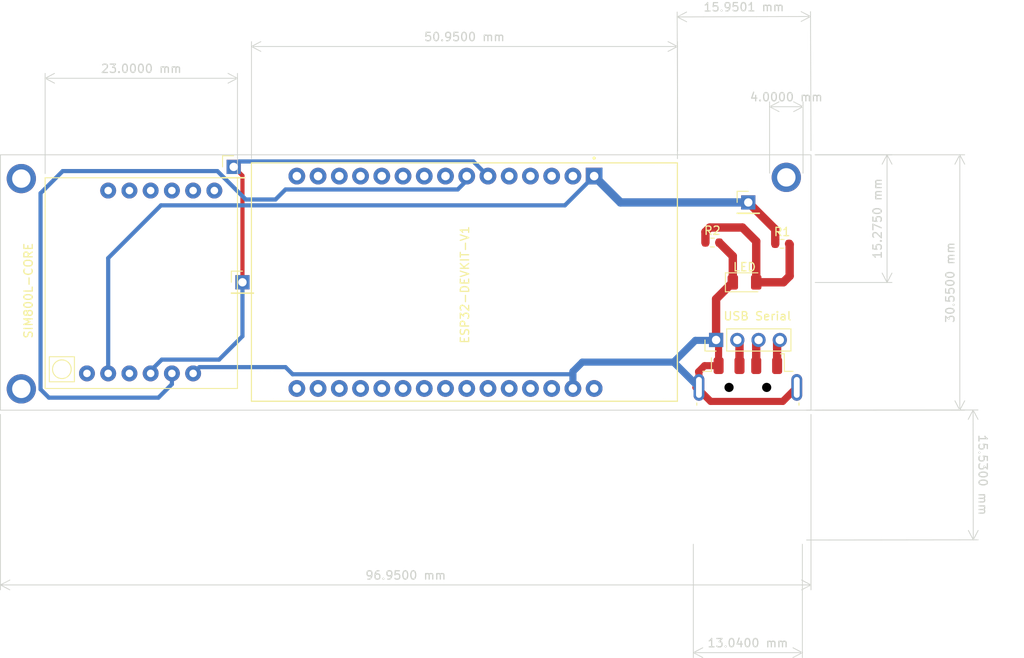
<source format=kicad_pcb>
(kicad_pcb (version 20221018) (generator pcbnew)
  (layers (0 "F.Cu" signal) (31 "B.Cu" signal) (34 "B.Paste" user) (35 "F.Paste" user) (36 "B.SilkS" user "B.Silkscreen") (37 "F.SilkS" user "F.Silkscreen") (38 "B.Mask" user) (39 "F.Mask" user) (44 "Edge.Cuts" user))
  (net 0 "")
  (net 1 "unconnected-(J1-D--Pad2)")
  (net 2 "unconnected-(J1-D+-Pad3)")
  (net 11 "unconnected-(J1-VBUS-Pad1)")
  (net 36 "Earth")
  (net 37 "Net-(U1-VCC)")
  (net 38 "Net-(U1-RXD)")
  (net 39 "Net-(U1-TXD)")
  (net 40 "Net-(D1-A)")
  (footprint "Connector_PinHeader_2.54mm:PinHeader_1x01_P2.54mm_Vertical" (layer "F.Cu") (at 167.1 73.1)
    (fp_text reference "REF**" hide)
    (fp_text value "PinHeader_1x01_P2.54mm_Vertical" hide)
    (fp_line (start -1.33 -1.33) (end 0 -1.33) (stroke (width 0.12)) (layer "F.SilkS"))
    (fp_line (start -1.33 0) (end -1.33 -1.33) (stroke (width 0.12)) (layer "F.SilkS"))
    (fp_line (start -1.33 1.27) (end -1.33 1.33) (stroke (width 0.12)) (layer "F.SilkS"))
    (fp_line (start -1.33 1.27) (end 1.33 1.27) (stroke (width 0.12)) (layer "F.SilkS"))
    (fp_line (start -1.33 1.33) (end 1.33 1.33) (stroke (width 0.12)) (layer "F.SilkS"))
    (fp_line (start 1.33 1.27) (end 1.33 1.33) (stroke (width 0.12)) (layer "F.SilkS"))
    (pad "1" thru_hole rect (at 0 0) (size 1.7 1.7) (drill 1) (layers "*.Cu" "*.Mask"))
  )
  (footprint "MountingHole:MountingHole_2.2mm_M2_ISO7380_Pad" (layer "F.Cu") (at 171.65 70.1)
    (fp_text reference "REF**" hide)
    (fp_text value "MountingHole_2.2mm_M2_ISO7380_Pad" hide)
    (pad "1" thru_hole circle (at 0 0) (size 3.5 3.5) (drill 2.2) (layers "*.Cu" "*.Mask"))
  )
  (footprint "Connector_PinHeader_2.54mm:PinHeader_1x04_P2.54mm_Vertical" (layer "F.Cu") (at 163.25 89.55 90)
    (fp_text reference "REF**" hide)
    (fp_text value "PinHeader_1x04_P2.54mm_Vertical" hide)
    (fp_line (start -1.33 -1.33) (end 0 -1.33) (stroke (width 0.12)) (layer "F.SilkS"))
    (fp_line (start -1.33 0) (end -1.33 -1.33) (stroke (width 0.12)) (layer "F.SilkS"))
    (fp_line (start -1.33 1.27) (end -1.33 8.95) (stroke (width 0.12)) (layer "F.SilkS"))
    (fp_line (start -1.33 1.27) (end 1.33 1.27) (stroke (width 0.12)) (layer "F.SilkS"))
    (fp_line (start -1.33 8.95) (end 1.33 8.95) (stroke (width 0.12)) (layer "F.SilkS"))
    (fp_line (start 1.33 1.27) (end 1.33 8.95) (stroke (width 0.12)) (layer "F.SilkS"))
    (pad "1" thru_hole rect (at 0 0 90) (size 1.7 1.7) (drill 1) (layers "*.Cu" "*.Mask"))
    (pad "2" thru_hole oval (at 0 2.54 90) (size 1.7 1.7) (drill 1) (layers "*.Cu" "*.Mask"))
    (pad "3" thru_hole oval (at 0 5.08 90) (size 1.7 1.7) (drill 1) (layers "*.Cu" "*.Mask"))
    (pad "4" thru_hole oval (at 0 7.62 90) (size 1.7 1.7) (drill 1) (layers "*.Cu" "*.Mask"))
  )
  (footprint "Resistor_SMD:R_0603_1608Metric" (layer "F.Cu") (at 171.15 78.05)
    (fp_text reference "R1" (at 0 -1.43) (layer "F.SilkS"))
    (fp_text value "220 Ohms")
    (fp_line (start -0.237258 -0.5225) (end 0.237258 -0.5225) (stroke (width 0.12)) (layer "F.SilkS"))
    (fp_line (start -0.237258 0.5225) (end 0.237258 0.5225) (stroke (width 0.12)) (layer "F.SilkS"))
    (pad "1" smd roundrect (at -0.825 0) (size 0.8 0.95) (layers "F.Cu" "F.Paste" "F.Mask") (net 37 "Net-(U1-VCC)"))
    (pad "2" smd roundrect (at 0.825 0) (size 0.8 0.95) (layers "F.Cu" "F.Paste" "F.Mask") (net 40 "Net-(D1-A)"))
  )
  (footprint "Connector_USB:USB_A_Molex_48037-2200_Horizontal" (layer "F.Cu") (at 167.05 103.6 -90)
    (fp_text reference "USB Serial" (at -16.9 -1.15 -180) (layer "F.SilkS"))
    (fp_text value "USB_A")
    (fp_line (start -12.4 -4.36) (end -12.4 -3.9) (stroke (width 0.12)) (layer "F.SilkS"))
    (fp_line (start -12.4 -4.36) (end -10.3 -4.36) (stroke (width 0.12)) (layer "F.SilkS"))
    (fp_line (start -11.92 4.36) (end -10.3 4.36) (stroke (width 0.12)) (layer "F.SilkS"))
    (fp_line (start -10.3 -5.4) (end -10.3 -4.36) (stroke (width 0.12)) (layer "F.SilkS"))
    (fp_line (start -10.3 4.36) (end -10.3 5.4) (stroke (width 0.12)) (layer "F.SilkS"))
    (fp_line (start -6.515 -6.11) (end -6.245 -6.11) (stroke (width 0.12)) (layer "F.SilkS"))
    (fp_line (start -6.515 6.11) (end -6.245 6.11) (stroke (width 0.12)) (layer "F.SilkS"))
    (pad "" np_thru_hole circle (at -8.375 -2.25 270) (size 1.1 1.1) (drill 1.1) (layers "*.Mask"))
    (pad "" np_thru_hole circle (at -8.375 2.25 270) (size 1.1 1.1) (drill 1.1) (layers "*.Mask"))
    (pad "1" smd roundrect (at -10.975 -3.5 270) (size 2 1.2) (layers "F.Cu" "F.Paste" "F.Mask") (net 11 "unconnected-(J1-VBUS-Pad1)"))
    (pad "2" smd roundrect (at -10.975 -1 270) (size 2 1.2) (layers "F.Cu" "F.Paste" "F.Mask") (net 1 "unconnected-(J1-D--Pad2)"))
    (pad "3" smd roundrect (at -10.975 1 270) (size 2 1.2) (layers "F.Cu" "F.Paste" "F.Mask") (net 2 "unconnected-(J1-D+-Pad3)"))
    (pad "4" smd roundrect (at -10.975 3.5 270) (size 2 1.2) (layers "F.Cu" "F.Paste" "F.Mask") (net 36 "Earth"))
    (pad "5" thru_hole oval (at -8.375 -5.85 270) (size 3.2 1.3) (drill oval 2.5 0.7) (layers "*.Cu" "*.Mask") (net 36 "Earth"))
    (pad "5" thru_hole oval (at -8.375 5.85 270) (size 3.2 1.3) (drill oval 2.5 0.7) (layers "*.Cu" "*.Mask") (net 36 "Earth"))
  )
  (footprint "ESP32-DEVKIT-V1:MODULE_ESP32_DEVKIT_V1" (layer "F.Cu") (at 133.15 82.65 -90)
    (fp_text reference "ESP32-DEVKIT-V1" (at 0.3 -0.05 90) (layer "F.SilkS"))
    (fp_text value "ESP32-DEVKIT-V1" hide)
    (fp_line (start -14.28 -25.475) (end -3.211 -25.475) (stroke (width 0.127)) (layer "F.SilkS"))
    (fp_line (start -14.28 -25.475) (end 14.23 -25.475) (stroke (width 0.127)) (layer "F.SilkS"))
    (fp_line (start -14.28 25.475) (end -14.28 -25.475) (stroke (width 0.127)) (layer "F.SilkS"))
    (fp_line (start -14.28 25.475) (end -14.28 -25.475) (stroke (width 0.127)) (layer "F.SilkS"))
    (fp_line (start -14.28 25.475) (end -8.91 25.475) (stroke (width 0.127)) (layer "F.SilkS"))
    (fp_line (start -8.91 25.475) (end 8.78 25.475) (stroke (width 0.127)) (layer "F.SilkS"))
    (fp_line (start -3.211 -25.475) (end 3.5 -25.475) (stroke (width 0.127)) (layer "F.SilkS"))
    (fp_line (start 3.5 -25.475) (end 14.23 -25.475) (stroke (width 0.127)) (layer "F.SilkS"))
    (fp_line (start 8.78 25.475) (end 14.23 25.475) (stroke (width 0.127)) (layer "F.SilkS"))
    (fp_line (start 14.23 -25.475) (end 14.23 25.475) (stroke (width 0.127)) (layer "F.SilkS"))
    (fp_line (start 14.23 -25.475) (end 14.23 25.475) (stroke (width 0.127)) (layer "F.SilkS"))
    (fp_line (start 14.23 25.475) (end -14.28 25.475) (stroke (width 0.127)) (layer "F.SilkS"))
    (fp_circle (center -14.85 -15.515) (end -14.75 -15.515) (stroke (width 0.2)) (fill none) (layer "F.SilkS"))
    (pad "" np_thru_hole circle (at -12.28 -23.475 270) (size 3 3) (drill 3) (layers "*.Cu" "*.Mask"))
    (pad "" np_thru_hole circle (at -12.28 23.475 270) (size 3 3) (drill 3) (layers "*.Cu" "*.Mask"))
    (pad "" np_thru_hole circle (at 12.23 -23.475 270) (size 3 3) (drill 3) (layers "*.Cu" "*.Mask"))
    (pad "" np_thru_hole circle (at 12.23 23.475 270) (size 3 3) (drill 3) (layers "*.Cu" "*.Mask"))
    (pad "1" thru_hole rect (at -12.7 -15.515 270) (size 2 2) (drill 1.02) (layers "*.Cu" "*.Mask") (net 37 "Net-(U1-VCC)"))
    (pad "2" thru_hole circle (at -12.7 -12.975 270) (size 2 2) (drill 1.02) (layers "*.Cu" "*.Mask"))
    (pad "3" thru_hole circle (at -12.7 -10.435 270) (size 2 2) (drill 1.02) (layers "*.Cu" "*.Mask"))
    (pad "4" thru_hole circle (at -12.7 -7.895 270) (size 2 2) (drill 1.02) (layers "*.Cu" "*.Mask"))
    (pad "5" thru_hole circle (at -12.7 -5.355 270) (size 2 2) (drill 1.02) (layers "*.Cu" "*.Mask"))
    (pad "6" thru_hole circle (at -12.7 -2.815 270) (size 2 2) (drill 1.02) (layers "*.Cu" "*.Mask") (net 38 "Net-(U1-RXD)"))
    (pad "7" thru_hole circle (at -12.7 -0.275 270) (size 2 2) (drill 1.02) (layers "*.Cu" "*.Mask") (net 39 "Net-(U1-TXD)"))
    (pad "8" thru_hole circle (at -12.7 2.265 270) (size 2 2) (drill 1.02) (layers "*.Cu" "*.Mask"))
    (pad "9" thru_hole circle (at -12.7 4.805 270) (size 2 2) (drill 1.02) (layers "*.Cu" "*.Mask"))
    (pad "10" thru_hole circle (at -12.7 7.345 270) (size 2 2) (drill 1.02) (layers "*.Cu" "*.Mask"))
    (pad "11" thru_hole circle (at -12.7 9.885 270) (size 2 2) (drill 1.02) (layers "*.Cu" "*.Mask"))
    (pad "12" thru_hole circle (at -12.7 12.425 270) (size 2 2) (drill 1.02) (layers "*.Cu" "*.Mask"))
    (pad "13" thru_hole circle (at -12.7 14.965 270) (size 2 2) (drill 1.02) (layers "*.Cu" "*.Mask"))
    (pad "14" thru_hole circle (at -12.7 17.505 270) (size 2 2) (drill 1.02) (layers "*.Cu" "*.Mask"))
    (pad "15" thru_hole circle (at -12.7 20.045 270) (size 2 2) (drill 1.02) (layers "*.Cu" "*.Mask"))
    (pad "16" thru_hole circle (at 12.7 20.045 270) (size 2 2) (drill 1.02) (layers "*.Cu" "*.Mask"))
    (pad "17" thru_hole circle (at 12.7 17.505 270) (size 2 2) (drill 1.02) (layers "*.Cu" "*.Mask"))
    (pad "18" thru_hole circle (at 12.7 14.965 270) (size 2 2) (drill 1.02) (layers "*.Cu" "*.Mask"))
    (pad "19" thru_hole circle (at 12.7 12.425 270) (size 2 2) (drill 1.02) (layers "*.Cu" "*.Mask"))
    (pad "20" thru_hole circle (at 12.7 9.885 270) (size 2 2) (drill 1.02) (layers "*.Cu" "*.Mask"))
    (pad "21" thru_hole circle (at 12.7 7.345 270) (size 2 2) (drill 1.02) (layers "*.Cu" "*.Mask"))
    (pad "22" thru_hole circle (at 12.7 4.805 270) (size 2 2) (drill 1.02) (layers "*.Cu" "*.Mask"))
    (pad "23" thru_hole circle (at 12.7 2.265 270) (size 2 2) (drill 1.02) (layers "*.Cu" "*.Mask"))
    (pad "24" thru_hole circle (at 12.7 -0.275 270) (size 2 2) (drill 1.02) (layers "*.Cu" "*.Mask"))
    (pad "25" thru_hole circle (at 12.7 -2.815 270) (size 2 2) (drill 1.02) (layers "*.Cu" "*.Mask"))
    (pad "26" thru_hole circle (at 12.7 -5.355 270) (size 2 2) (drill 1.02) (layers "*.Cu" "*.Mask"))
    (pad "27" thru_hole circle (at 12.7 -7.895 270) (size 2 2) (drill 1.02) (layers "*.Cu" "*.Mask"))
    (pad "28" thru_hole circle (at 12.7 -10.435 270) (size 2 2) (drill 1.02) (layers "*.Cu" "*.Mask"))
    (pad "29" thru_hole circle (at 12.7 -12.975 270) (size 2 2) (drill 1.02) (layers "*.Cu" "*.Mask") (net 36 "Earth"))
    (pad "30" thru_hole circle (at 12.7 -15.515 270) (size 2 2) (drill 1.02) (layers "*.Cu" "*.Mask"))
  )
  (footprint "MountingHole:MountingHole_2.2mm_M2_ISO7380_Pad" (layer "F.Cu") (at 80.15 95.4)
    (fp_text reference "REF**" hide)
    (fp_text value "MountingHole_2.2mm_M2_ISO7380_Pad" hide)
    (pad "1" thru_hole circle (at 0 0) (size 3.5 3.5) (drill 2.2) (layers "*.Cu" "*.Mask"))
  )
  (footprint "Connector_PinHeader_2.54mm:PinHeader_1x01_P2.54mm_Vertical" (layer "F.Cu") (at 105.55 68.85)
    (fp_text reference "REF**" hide)
    (fp_text value "PinHeader_1x01_P2.54mm_Vertical" hide)
    (fp_line (start -1.33 -1.33) (end 0 -1.33) (stroke (width 0.12)) (layer "F.SilkS"))
    (fp_line (start -1.33 0) (end -1.33 -1.33) (stroke (width 0.12)) (layer "F.SilkS"))
    (fp_line (start -1.33 1.27) (end -1.33 1.33) (stroke (width 0.12)) (layer "F.SilkS"))
    (fp_line (start -1.33 1.27) (end 1.33 1.27) (stroke (width 0.12)) (layer "F.SilkS"))
    (fp_line (start -1.33 1.33) (end 1.33 1.33) (stroke (width 0.12)) (layer "F.SilkS"))
    (fp_line (start 1.33 1.27) (end 1.33 1.33) (stroke (width 0.12)) (layer "F.SilkS"))
    (pad "1" thru_hole rect (at 0 0) (size 1.7 1.7) (drill 1) (layers "*.Cu" "*.Mask"))
  )
  (footprint "MountingHole:MountingHole_2.2mm_M2_ISO7380_Pad" (layer "F.Cu") (at 80.15 70.25)
    (fp_text reference "REF**" hide)
    (fp_text value "MountingHole_2.2mm_M2_ISO7380_Pad" hide)
    (pad "1" thru_hole circle (at 0 0) (size 3.5 3.5) (drill 2.2) (layers "*.Cu" "*.Mask"))
  )
  (footprint "Resistor_SMD:R_0603_1608Metric" (layer "F.Cu") (at 162.8 77.9)
    (fp_text reference "R2" (at 0 -1.43) (layer "F.SilkS"))
    (fp_text value "1000 Ohms")
    (fp_line (start -0.237258 -0.5225) (end 0.237258 -0.5225) (stroke (width 0.12)) (layer "F.SilkS"))
    (fp_line (start -0.237258 0.5225) (end 0.237258 0.5225) (stroke (width 0.12)) (layer "F.SilkS"))
    (pad "1" smd roundrect (at -0.825 0) (size 0.8 0.95) (layers "F.Cu" "F.Paste" "F.Mask") (net 40 "Net-(D1-A)"))
    (pad "2" smd roundrect (at 0.825 0) (size 0.8 0.95) (layers "F.Cu" "F.Paste" "F.Mask") (net 36 "Earth"))
  )
  (footprint "LED_SMD:LED_1206_3216Metric" (layer "F.Cu") (at 166.65 82.65)
    (fp_text reference "LED" (at 0 -1.82) (layer "F.SilkS"))
    (fp_text value "LED Azul 3.5V")
    (fp_line (start -2.285 -1.135) (end -2.285 1.135) (stroke (width 0.12)) (layer "F.SilkS"))
    (fp_line (start -2.285 1.135) (end 1.6 1.135) (stroke (width 0.12)) (layer "F.SilkS"))
    (fp_line (start 1.6 -1.135) (end -2.285 -1.135) (stroke (width 0.12)) (layer "F.SilkS"))
    (pad "1" smd roundrect (at -1.4 0) (size 1.25 1.75) (layers "F.Cu" "F.Paste" "F.Mask") (roundrect_rratio 0.2) (net 36 "Earth"))
    (pad "2" smd roundrect (at 1.4 0) (size 1.25 1.75) (layers "F.Cu" "F.Paste" "F.Mask") (roundrect_rratio 0.2) (net 40 "Net-(D1-A)"))
  )
  (footprint "Connector_PinHeader_2.54mm:PinHeader_1x01_P2.54mm_Vertical" (layer "F.Cu") (at 106.6 82.65)
    (fp_text reference "REF**" hide)
    (fp_text value "PinHeader_1x01_P2.54mm_Vertical" hide)
    (fp_line (start -1.33 -1.33) (end 0 -1.33) (stroke (width 0.12)) (layer "F.SilkS"))
    (fp_line (start -1.33 0) (end -1.33 -1.33) (stroke (width 0.12)) (layer "F.SilkS"))
    (fp_line (start -1.33 1.27) (end -1.33 1.33) (stroke (width 0.12)) (layer "F.SilkS"))
    (fp_line (start -1.33 1.27) (end 1.33 1.27) (stroke (width 0.12)) (layer "F.SilkS"))
    (fp_line (start -1.33 1.33) (end 1.33 1.33) (stroke (width 0.12)) (layer "F.SilkS"))
    (fp_line (start 1.33 1.27) (end 1.33 1.33) (stroke (width 0.12)) (layer "F.SilkS"))
    (pad "1" thru_hole rect (at 0 0) (size 1.7 1.7) (drill 1) (layers "*.Cu" "*.Mask"))
  )
  (footprint "SIM800L-Core-Module-KiCad-Footprint-main:SIM800L-CORE" (layer "F.Cu") (at 88 93.55 90)
    (fp_text reference "SIM800L-CORE" (at 9.9 -7 90 unlocked) (layer "F.SilkS"))
    (fp_text value "SIM800L-CORE" hide)
    (fp_line (start -1.8 10.8) (end -1.8 -5) (stroke (width 0.12)) (layer "F.SilkS"))
    (fp_line (start -1.8 10.8) (end -1.8 18) (stroke (width 0.12)) (layer "F.SilkS"))
    (fp_line (start -1.8 18) (end 0 18) (stroke (width 0.12)) (layer "F.SilkS"))
    (fp_line (start 0 -5) (end -1.8 -5) (stroke (width 0.12)) (layer "F.SilkS"))
    (fp_line (start 0 -5) (end 20 -5) (stroke (width 0.12)) (layer "F.SilkS"))
    (fp_line (start 0 18) (end 18 18) (stroke (width 0.12)) (layer "F.SilkS"))
    (fp_line (start 18 18) (end 23.4 18) (stroke (width 0.12)) (layer "F.SilkS"))
    (fp_line (start 20 -5) (end 23 -5) (stroke (width 0.12)) (layer "F.SilkS"))
    (fp_line (start 23.4 -5) (end 23 -5) (stroke (width 0.12)) (layer "F.SilkS"))
    (fp_line (start 23.4 18) (end 23.4 -5) (stroke (width 0.12)) (layer "F.SilkS"))
    (fp_rect (start -1 -4.5) (end 2 -1.5) (stroke (width 0.12)) (fill none) (layer "F.SilkS"))
    (fp_circle (center 0.5 -3) (end 1.5 -2.5) (stroke (width 0.12)) (fill none) (layer "F.SilkS"))
    (pad "1" thru_hole circle (at 0 0 90) (size 1.9 1.9) (drill 0.9) (layers "*.Cu" "*.Mask"))
    (pad "2" thru_hole circle (at 0 2.54 90) (size 1.9 1.9) (drill 0.9) (layers "*.Cu" "*.Mask") (net 37 "Net-(U1-VCC)"))
    (pad "3" thru_hole circle (at 0 5.08 90) (size 1.9 1.9) (drill 0.9) (layers "*.Cu" "*.Mask"))
    (pad "4" thru_hole circle (at 0 7.62 90) (size 1.9 1.9) (drill 0.9) (layers "*.Cu" "*.Mask") (net 38 "Net-(U1-RXD)"))
    (pad "5" thru_hole circle (at 0 10.16 90) (size 1.9 1.9) (drill 0.9) (layers "*.Cu" "*.Mask") (net 39 "Net-(U1-TXD)"))
    (pad "6" thru_hole circle (at 0 12.7 90) (size 1.9 1.9) (drill 0.9) (layers "*.Cu" "*.Mask") (net 36 "Earth"))
    (pad "7" thru_hole circle (at 21.87 15.24 90) (size 1.9 1.9) (drill 0.9) (layers "*.Cu" "*.Mask"))
    (pad "8" thru_hole circle (at 21.87 12.7 90) (size 1.9 1.9) (drill 0.9) (layers "*.Cu" "*.Mask"))
    (pad "9" thru_hole circle (at 21.87 10.16 90) (size 1.9 1.9) (drill 0.9) (layers "*.Cu" "*.Mask"))
    (pad "10" thru_hole circle (at 21.87 7.62 90) (size 1.9 1.9) (drill 0.9) (layers "*.Cu" "*.Mask"))
    (pad "11" thru_hole circle (at 21.87 5.08 90) (size 1.9 1.9) (drill 0.9) (layers "*.Cu" "*.Mask"))
    (pad "12" thru_hole circle (at 21.87 2.54 90) (size 1.9 1.9) (drill 0.9) (layers "*.Cu" "*.Mask"))
  )
  (gr_rect locked (start 77.65 67.4) (end 174.6 97.95) (stroke (width 0.1)) (fill none) (layer "Edge.Cuts"))
  (dimension (type aligned) (layer "Edge.Cuts") (pts (xy 174.6 82.675) (xy 174.6 67.4)) (height 9.1) (gr_text "15.2750 mm" (at 182.55 75.0375 90) (layer "Edge.Cuts") (effects (font (size 1 1) (thickness 0.15)))) (format (prefix "") (suffix "") (units 3) (units_format 1) (precision 4)) (style (thickness 0.1) (arrow_length 1.27) (text_position_mode 0) (extension_height 0.58642) (extension_offset 0.5) keep_text_aligned))
  (dimension (type aligned) (layer "Edge.Cuts") (pts (xy 77.65 97.95) (xy 174.6 97.95)) (height 20.9) (gr_text "96.9500 mm" (at 126.125 117.7) (layer "Edge.Cuts") (effects (font (size 1 1) (thickness 0.15)))) (format (prefix "") (suffix "") (units 3) (units_format 1) (precision 4)) (style (thickness 0.1) (arrow_length 1.27) (text_position_mode 0) (extension_height 0.58642) (extension_offset 0.5) keep_text_aligned))
  (dimension (type aligned) (layer "Edge.Cuts") (pts (xy 160.53 113.48) (xy 173.57 113.48)) (height 13.47) (gr_text "13.0400 mm" (at 167.05 125.8) (layer "Edge.Cuts") (effects (font (size 1 1) (thickness 0.15)))) (format (prefix "") (suffix "") (units 3) (units_format 1) (precision 4)) (style (thickness 0.1) (arrow_length 1.27) (text_position_mode 0) (extension_height 0.58642) (extension_offset 0.5) keep_text_aligned))
  (dimension (type aligned) (layer "Edge.Cuts") (pts (xy 173.57 113.48) (xy 173.55 97.95)) (height 20.441752) (gr_text "15.5300 mm" (at 195.151734 105.687194 -89.92621282) (layer "Edge.Cuts") (effects (font (size 1 1) (thickness 0.15)))) (format (prefix "") (suffix "") (units 3) (units_format 1) (precision 4)) (style (thickness 0.1) (arrow_length 1.27) (text_position_mode 0) (extension_height 0.58642) (extension_offset 0.5) keep_text_aligned))
  (dimension (type aligned) (layer "Edge.Cuts") (pts (xy 174.6 67.4) (xy 158.65 67.45)) (height 16.539412) (gr_text "15.9501 mm" (at 166.569548 49.735675 0.1796100057) (layer "Edge.Cuts") (effects (font (size 1 1) (thickness 0.15)))) (format (prefix "") (suffix "") (units 3) (units_format 1) (precision 4)) (style (thickness 0.1) (arrow_length 1.27) (text_position_mode 0) (extension_height 0.58642) (extension_offset 0.5) keep_text_aligned))
  (dimension (type aligned) (layer "Edge.Cuts") (pts (xy 174.6 67.4) (xy 174.6 97.95)) (height -17.8) (gr_text "30.5500 mm" (at 191.25 82.675 90) (layer "Edge.Cuts") (effects (font (size 1 1) (thickness 0.15)))) (format (prefix "") (suffix "") (units 3) (units_format 1) (precision 4)) (style (thickness 0.1) (arrow_length 1.27) (text_position_mode 0) (extension_height 0.58642) (extension_offset 0.5) keep_text_aligned))
  (dimension (type aligned) (layer "Edge.Cuts") (pts (xy 169.65 70.1) (xy 173.65 70.1)) (height -8.45) (gr_text "4.0000 mm" (at 171.65 60.5) (layer "Edge.Cuts") (effects (font (size 1 1) (thickness 0.15)))) (format (prefix "") (suffix "") (units 3) (units_format 1) (precision 4)) (style (thickness 0.1) (arrow_length 1.27) (text_position_mode 0) (extension_height 0.58642) (extension_offset 0.5) keep_text_aligned))
  (dimension (type aligned) (layer "Edge.Cuts") (pts (xy 106 70.15) (xy 83 70.15)) (height 11.9) (gr_text "23.0000 mm" (at 94.5 57.1) (layer "Edge.Cuts") (effects (font (size 1 1) (thickness 0.15)))) (format (prefix "") (suffix "") (units 3) (units_format 1) (precision 4)) (style (thickness 0.1) (arrow_length 1.27) (text_position_mode 0) (extension_height 0.58642) (extension_offset 0.5) keep_text_aligned))
  (dimension (type aligned) (layer "Edge.Cuts") (pts (xy 107.675 68.37) (xy 158.625 68.37)) (height -13.92) (gr_text "50.9500 mm" (at 133.15 53.3) (layer "Edge.Cuts") (effects (font (size 1 1) (thickness 0.15)))) (format (prefix "") (suffix "") (units 3) (units_format 1) (precision 4)) (style (thickness 0.1) (arrow_length 1.27) (text_position_mode 0) (extension_height 0.58642) (extension_offset 0.5) keep_text_aligned))
  (segment (start 168.05 89.83) (end 168.33 89.55) (width 1) (layer "F.Cu") (net 1))
  (segment (start 168.05 92.625) (end 168.05 89.83) (width 1) (layer "F.Cu") (net 1))
  (segment (start 166.05 89.81) (end 165.79 89.55) (width 1) (layer "F.Cu") (net 2))
  (segment (start 166.05 92.625) (end 166.05 89.81) (width 1) (layer "F.Cu") (net 2))
  (segment (start 170.55 89.87) (end 170.87 89.55) (width 1) (layer "F.Cu") (net 11))
  (segment (start 170.55 92.625) (end 170.55 89.87) (width 1) (layer "F.Cu") (net 11))
  (segment (start 161.875 92.625) (end 163.55 92.625) (width 0.85) (layer "F.Cu") (net 36))
  (segment (start 171.225 96.9) (end 172.9 95.225) (width 0.85) (layer "F.Cu") (net 36))
  (segment (start 163.25 84.65) (end 165.25 82.65) (width 1) (layer "F.Cu") (net 36))
  (segment (start 163.55 89.85) (end 163.35 89.65) (width 0.85) (layer "F.Cu") (net 36))
  (segment (start 161.2 95.225) (end 160.825 95.225) (width 0.85) (layer "F.Cu") (net 36))
  (segment (start 165.25 79.525) (end 163.625 77.9) (width 1) (layer "F.Cu") (net 36))
  (segment (start 163.25 89.55) (end 163.25 84.65) (width 1) (layer "F.Cu") (net 36))
  (segment (start 161.2 93.4) (end 161.15 93.35) (width 0.85) (layer "F.Cu") (net 36))
  (segment (start 165.25 82.65) (end 165.25 79.525) (width 1) (layer "F.Cu") (net 36))
  (segment (start 161.2 95.5) (end 162.6 96.9) (width 0.85) (layer "F.Cu") (net 36))
  (segment (start 161.15 93.35) (end 161.875 92.625) (width 0.85) (layer "F.Cu") (net 36))
  (segment (start 163.55 92.625) (end 163.55 89.85) (width 0.85) (layer "F.Cu") (net 36))
  (segment (start 162.6 96.9) (end 171.225 96.9) (width 0.85) (layer "F.Cu") (net 36))
  (segment (start 146.2 95.275) (end 146.125 95.35) (width 0.85) (layer "F.Cu") (net 36))
  (segment (start 161.2 95.225) (end 161.2 95.5) (width 0.85) (layer "F.Cu") (net 36))
  (segment (start 161.2 95.225) (end 161.2 93.4) (width 0.85) (layer "F.Cu") (net 36))
  (segment (start 158.175 92.2) (end 161.2 95.225) (width 0.85) (layer "B.Cu") (net 36))
  (segment (start 112.6 93.65) (end 111.75 92.8) (width 0.5) (layer "B.Cu") (net 36))
  (segment (start 146.125 93.325) (end 145.8 93.65) (width 0.5) (layer "B.Cu") (net 36))
  (segment (start 101.45 92.8) (end 100.7 93.55) (width 0.5) (layer "B.Cu") (net 36))
  (segment (start 160.775 89.6) (end 163.3 89.6) (width 0.85) (layer "B.Cu") (net 36))
  (segment (start 111.75 92.8) (end 101.45 92.8) (width 0.5) (layer "B.Cu") (net 36))
  (segment (start 146.125 93.325) (end 147.25 92.2) (width 0.85) (layer "B.Cu") (net 36))
  (segment (start 147.25 92.2) (end 158.175 92.2) (width 0.85) (layer "B.Cu") (net 36))
  (segment (start 145.8 93.65) (end 112.6 93.65) (width 0.5) (layer "B.Cu") (net 36))
  (segment (start 146.125 95.35) (end 146.125 93.325) (width 0.85) (layer "B.Cu") (net 36))
  (segment (start 158.175 92.2) (end 160.775 89.6) (width 0.85) (layer "B.Cu") (net 36))
  (segment (start 170.325 78.05) (end 170.325 76.325) (width 1) (layer "F.Cu") (net 37))
  (segment (start 170.325 76.325) (end 167.1 73.1) (width 1) (layer "F.Cu") (net 37))
  (segment (start 145.165 73.45) (end 148.665 69.95) (width 0.5) (layer "B.Cu") (net 37))
  (segment (start 96.85 73.45) (end 145.165 73.45) (width 0.5) (layer "B.Cu") (net 37))
  (segment (start 151.815 73.1) (end 148.665 69.95) (width 1) (layer "B.Cu") (net 37))
  (segment (start 90.54 79.76) (end 96.85 73.45) (width 0.5) (layer "B.Cu") (net 37))
  (segment (start 90.54 93.55) (end 90.54 79.76) (width 0.5) (layer "B.Cu") (net 37))
  (segment (start 167.1 73.1) (end 151.815 73.1) (width 1) (layer "B.Cu") (net 37))
  (segment (start 106.6 82.65) (end 106.6 69.9) (width 0.5) (layer "F.Cu") (net 38))
  (segment (start 106.6 69.9) (end 105.55 68.85) (width 0.5) (layer "F.Cu") (net 38))
  (segment (start 134.215 68.2) (end 135.965 69.95) (width 0.5) (layer "B.Cu") (net 38))
  (segment (start 96.95 91.9) (end 103.8 91.9) (width 0.5) (layer "B.Cu") (net 38))
  (segment (start 95.62 93.55) (end 95.62 93.23) (width 0.5) (layer "B.Cu") (net 38))
  (segment (start 103.8 91.9) (end 106.6 89.1) (width 0.5) (layer "B.Cu") (net 38))
  (segment (start 106.6 89.1) (end 106.6 82.9) (width 0.5) (layer "B.Cu") (net 38))
  (segment (start 105.55 68.85) (end 106.2 68.2) (width 0.5) (layer "B.Cu") (net 38))
  (segment (start 95.62 93.23) (end 96.95 91.9) (width 0.5) (layer "B.Cu") (net 38))
  (segment (start 106.6 82.9) (end 106.55 82.85) (width 0.5) (layer "B.Cu") (net 38))
  (segment (start 106.2 68.2) (end 134.215 68.2) (width 0.5) (layer "B.Cu") (net 38))
  (segment (start 107 72.75) (end 103.6 69.35) (width 0.5) (layer "B.Cu") (net 39))
  (segment (start 110.55 72.75) (end 107 72.75) (width 0.5) (layer "B.Cu") (net 39))
  (segment (start 82.45 72) (end 82.45 95.45) (width 0.5) (layer "B.Cu") (net 39))
  (segment (start 83.45 96.45) (end 96.55 96.45) (width 0.5) (layer "B.Cu") (net 39))
  (segment (start 133.425 70.475) (end 132.35 71.55) (width 0.5) (layer "B.Cu") (net 39))
  (segment (start 103.6 69.35) (end 85.1 69.35) (width 0.5) (layer "B.Cu") (net 39))
  (segment (start 85.1 69.35) (end 82.45 72) (width 0.5) (layer "B.Cu") (net 39))
  (segment (start 98.16 93.55) (end 98.05 93.44) (width 0.85) (layer "B.Cu") (net 39))
  (segment (start 82.45 95.45) (end 83.45 96.45) (width 0.5) (layer "B.Cu") (net 39))
  (segment (start 98.16 94.84) (end 98.16 93.55) (width 0.5) (layer "B.Cu") (net 39))
  (segment (start 132.35 71.55) (end 111.75 71.55) (width 0.5) (layer "B.Cu") (net 39))
  (segment (start 133.425 69.95) (end 133.425 70.475) (width 0.5) (layer "B.Cu") (net 39))
  (segment (start 96.55 96.45) (end 98.16 94.84) (width 0.5) (layer "B.Cu") (net 39))
  (segment (start 111.75 71.55) (end 110.55 72.75) (width 0.5) (layer "B.Cu") (net 39))
  (segment (start 168.05 82.65) (end 168.05 77.75) (width 1) (layer "F.Cu") (net 40))
  (segment (start 172.05 78.125) (end 171.975 78.05) (width 1) (layer "F.Cu") (net 40))
  (segment (start 168.05 77.75) (end 166.4 76.1) (width 1) (layer "F.Cu") (net 40))
  (segment (start 172.05 81.9) (end 172.05 78.125) (width 1) (layer "F.Cu") (net 40))
  (segment (start 161.975 77.9) (end 161.975 76.625) (width 1) (layer "F.Cu") (net 40))
  (segment (start 161.975 76.625) (end 162.5 76.1) (width 1) (layer "F.Cu") (net 40))
  (segment (start 166.4 76.1) (end 162.5 76.1) (width 1) (layer "F.Cu") (net 40))
  (segment (start 171.3 82.65) (end 172.05 81.9) (width 1) (layer "F.Cu") (net 40))
  (segment (start 168.05 82.65) (end 171.3 82.65) (width 1) (layer "F.Cu") (net 40))
)
</source>
